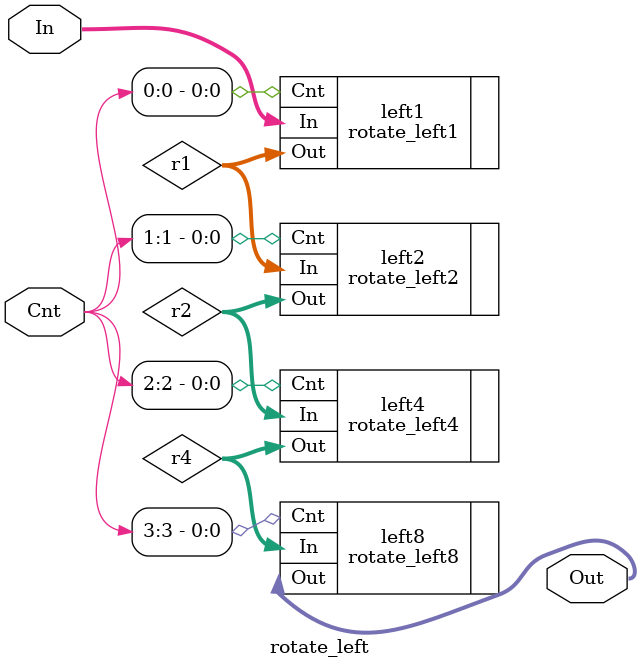
<source format=v>
module rotate_left(In, Cnt, Out);
  
  input [15:0] In;
  input [3:0] Cnt;
  
  output [15:0] Out;
  
  wire [15:0] r1, r2, r4, r5;
  
  rotate_left1 left1(.In(In), .Cnt(Cnt[0]), .Out(r1));
  
  rotate_left2 left2(.In(r1), .Cnt(Cnt[1]), .Out(r2));
  
  rotate_left4 left4(.In(r2), .Cnt(Cnt[2]), .Out(r4));
  
  rotate_left8 left8(.In(r4), .Cnt(Cnt[3]), .Out(Out));
  
endmodule

</source>
